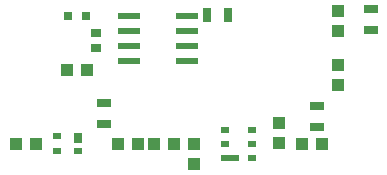
<source format=gtp>
G75*
%MOIN*%
%OFA0B0*%
%FSLAX24Y24*%
%IPPOS*%
%LPD*%
%AMOC8*
5,1,8,0,0,1.08239X$1,22.5*
%
%ADD10R,0.0780X0.0220*%
%ADD11R,0.0433X0.0394*%
%ADD12R,0.0472X0.0315*%
%ADD13R,0.0394X0.0433*%
%ADD14R,0.0315X0.0472*%
%ADD15R,0.0315X0.0354*%
%ADD16R,0.0315X0.0236*%
%ADD17R,0.0354X0.0276*%
%ADD18R,0.0315X0.0315*%
%ADD19R,0.0591X0.0236*%
%ADD20R,0.0295X0.0236*%
D10*
X007710Y005930D03*
X007710Y006430D03*
X007710Y006930D03*
X007710Y007430D03*
X009650Y007430D03*
X009650Y006930D03*
X009650Y006430D03*
X009650Y005930D03*
D11*
X006315Y005630D03*
X005645Y005630D03*
X004615Y003180D03*
X003945Y003180D03*
X007345Y003180D03*
X008015Y003180D03*
X008545Y003180D03*
X009215Y003180D03*
X013495Y003180D03*
X014165Y003180D03*
D12*
X013980Y003726D03*
X013980Y004434D03*
X015780Y006976D03*
X015780Y007684D03*
X006880Y004534D03*
X006880Y003826D03*
D13*
X009880Y003165D03*
X009880Y002495D03*
X012730Y003195D03*
X012730Y003865D03*
X014680Y005145D03*
X014680Y005815D03*
X014680Y006945D03*
X014680Y007615D03*
D14*
X011034Y007480D03*
X010326Y007480D03*
D15*
X006034Y003377D03*
D16*
X005326Y002924D03*
X006034Y002924D03*
X005326Y003436D03*
D17*
X006630Y006374D03*
X006630Y006886D03*
D18*
X006275Y007430D03*
X005685Y007430D03*
D19*
X011085Y002708D03*
D20*
X011823Y002708D03*
X011823Y003180D03*
X010937Y003180D03*
X010937Y003652D03*
X011823Y003652D03*
M02*

</source>
